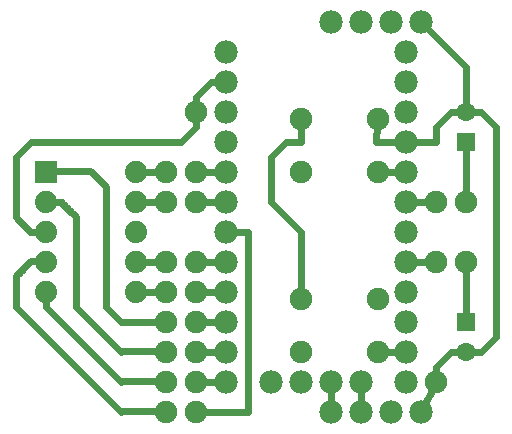
<source format=gbl>
G04 MADE WITH FRITZING*
G04 WWW.FRITZING.ORG*
G04 DOUBLE SIDED*
G04 HOLES PLATED*
G04 CONTOUR ON CENTER OF CONTOUR VECTOR*
%ASAXBY*%
%FSLAX23Y23*%
%MOIN*%
%OFA0B0*%
%SFA1.0B1.0*%
%ADD10C,0.078000*%
%ADD11C,0.074000*%
%ADD12C,0.075000*%
%ADD13C,0.062992*%
%ADD14C,0.075433*%
%ADD15R,0.074000X0.074000*%
%ADD16R,0.062992X0.062992*%
%ADD17C,0.024000*%
%ADD18R,0.001000X0.001000*%
%LNCOPPER0*%
G90*
G70*
G54D10*
X1381Y1380D03*
X1381Y1280D03*
X1381Y1180D03*
X1381Y1080D03*
X1381Y980D03*
X1381Y880D03*
X1381Y780D03*
X1381Y680D03*
X1381Y580D03*
X1381Y480D03*
X1381Y380D03*
X1381Y280D03*
X1381Y1380D03*
X1381Y1280D03*
X1381Y1180D03*
X1381Y1080D03*
X1381Y980D03*
X1381Y880D03*
X1381Y780D03*
X1381Y680D03*
X1381Y580D03*
X1381Y480D03*
X1381Y380D03*
X1381Y280D03*
X781Y1380D03*
X781Y1280D03*
X781Y1180D03*
X781Y1080D03*
X781Y980D03*
X781Y880D03*
X781Y780D03*
X781Y680D03*
X781Y580D03*
X781Y480D03*
X781Y380D03*
X781Y280D03*
X781Y1380D03*
X781Y1280D03*
X781Y1180D03*
X781Y1080D03*
X781Y980D03*
X781Y880D03*
X781Y780D03*
X781Y680D03*
X781Y580D03*
X781Y480D03*
X781Y380D03*
X781Y280D03*
G54D11*
X181Y980D03*
X181Y880D03*
X181Y780D03*
X181Y680D03*
X181Y581D03*
X481Y581D03*
X481Y680D03*
X481Y780D03*
X481Y880D03*
X482Y980D03*
X181Y980D03*
X181Y880D03*
X181Y780D03*
X181Y680D03*
X181Y581D03*
X481Y581D03*
X481Y680D03*
X481Y780D03*
X481Y880D03*
X482Y980D03*
G54D12*
X1581Y680D03*
X1481Y680D03*
X1581Y680D03*
X1481Y680D03*
X681Y180D03*
X581Y180D03*
X681Y180D03*
X581Y180D03*
X681Y280D03*
X581Y280D03*
X681Y280D03*
X581Y280D03*
X681Y380D03*
X581Y380D03*
X681Y380D03*
X581Y380D03*
X681Y480D03*
X581Y480D03*
X681Y480D03*
X581Y480D03*
X681Y580D03*
X581Y580D03*
X681Y580D03*
X581Y580D03*
X681Y680D03*
X581Y680D03*
X681Y680D03*
X581Y680D03*
X681Y880D03*
X581Y880D03*
X681Y880D03*
X581Y880D03*
X681Y980D03*
X581Y980D03*
X681Y980D03*
X581Y980D03*
G54D13*
X1581Y1081D03*
X1581Y1180D03*
X1581Y480D03*
X1581Y381D03*
G54D12*
X1287Y980D03*
X1031Y980D03*
X1287Y1157D03*
X1031Y1157D03*
X1287Y380D03*
X1031Y380D03*
X1287Y557D03*
X1031Y557D03*
X1581Y880D03*
X1481Y880D03*
X1581Y880D03*
X1481Y880D03*
G54D10*
X931Y280D03*
X1031Y280D03*
X1131Y280D03*
X1231Y280D03*
X931Y280D03*
X1031Y280D03*
X1131Y280D03*
X1231Y280D03*
X1131Y1480D03*
X1231Y1480D03*
X1331Y1480D03*
X1431Y1480D03*
X1131Y1480D03*
X1231Y1480D03*
X1331Y1480D03*
X1431Y1480D03*
X1131Y180D03*
X1231Y180D03*
X1331Y180D03*
X1431Y180D03*
X1131Y180D03*
X1231Y180D03*
X1331Y180D03*
X1431Y180D03*
G54D14*
X1481Y280D03*
X681Y1180D03*
G54D15*
X181Y979D03*
G54D16*
X1581Y1081D03*
X1581Y480D03*
G54D17*
X762Y980D02*
X698Y980D01*
D02*
X762Y880D02*
X698Y880D01*
D02*
X762Y680D02*
X698Y680D01*
D02*
X762Y580D02*
X698Y580D01*
D02*
X502Y980D02*
X563Y980D01*
D02*
X501Y880D02*
X563Y880D01*
D02*
X501Y680D02*
X563Y680D01*
D02*
X501Y581D02*
X563Y580D01*
D02*
X762Y480D02*
X698Y480D01*
D02*
X762Y380D02*
X698Y380D01*
D02*
X762Y280D02*
X698Y280D01*
D02*
X381Y930D02*
X380Y530D01*
D02*
X380Y530D02*
X432Y480D01*
D02*
X432Y480D02*
X563Y480D01*
D02*
X281Y830D02*
X281Y530D01*
D02*
X281Y530D02*
X431Y380D01*
D02*
X181Y530D02*
X431Y280D01*
D02*
X81Y630D02*
X80Y530D01*
D02*
X80Y530D02*
X431Y181D01*
D02*
X981Y1080D02*
X931Y1030D01*
D02*
X1030Y1080D02*
X981Y1080D01*
D02*
X1031Y1140D02*
X1030Y1080D01*
D02*
X1031Y780D02*
X1031Y575D01*
D02*
X931Y879D02*
X1031Y780D01*
D02*
X931Y1030D02*
X931Y879D01*
D02*
X1362Y980D02*
X1304Y980D01*
D02*
X855Y181D02*
X855Y781D01*
D02*
X855Y781D02*
X800Y780D01*
D02*
X698Y180D02*
X855Y181D01*
D02*
X1362Y380D02*
X1304Y380D01*
D02*
X1463Y880D02*
X1400Y880D01*
D02*
X1463Y680D02*
X1400Y680D01*
D02*
X1581Y1066D02*
X1581Y897D01*
D02*
X1581Y496D02*
X1581Y662D01*
D02*
X1680Y1129D02*
X1681Y430D01*
D02*
X1681Y430D02*
X1631Y380D01*
D02*
X1631Y380D02*
X1596Y381D01*
D02*
X1631Y1180D02*
X1680Y1129D01*
D02*
X1596Y1180D02*
X1631Y1180D01*
D02*
X1481Y1130D02*
X1481Y1079D01*
D02*
X1481Y1079D02*
X1400Y1080D01*
D02*
X1530Y1180D02*
X1481Y1130D01*
D02*
X1565Y1180D02*
X1530Y1180D01*
D02*
X681Y1231D02*
X732Y1279D01*
D02*
X681Y1129D02*
X681Y1162D01*
D02*
X80Y1030D02*
X131Y1080D01*
D02*
X630Y1080D02*
X681Y1129D01*
D02*
X732Y1279D02*
X762Y1280D01*
D02*
X81Y830D02*
X80Y1030D01*
D02*
X681Y1198D02*
X681Y1231D01*
D02*
X129Y781D02*
X81Y830D01*
D02*
X131Y1080D02*
X630Y1080D01*
D02*
X161Y780D02*
X129Y781D01*
D02*
X1131Y261D02*
X1131Y199D01*
D02*
X1231Y261D02*
X1231Y199D01*
D02*
X1580Y1330D02*
X1444Y1466D01*
D02*
X1581Y1196D02*
X1580Y1330D01*
D02*
X1481Y329D02*
X1481Y298D01*
D02*
X1473Y264D02*
X1439Y197D01*
D02*
X1530Y380D02*
X1481Y329D01*
D02*
X1565Y381D02*
X1530Y380D01*
D02*
X1280Y1079D02*
X1285Y1140D01*
D02*
X1362Y1080D02*
X1280Y1079D01*
G54D18*
X181Y992D02*
X335Y992D01*
X177Y991D02*
X337Y991D01*
X175Y990D02*
X339Y990D01*
X174Y989D02*
X340Y989D01*
X173Y988D02*
X341Y988D01*
X172Y987D02*
X342Y987D01*
X171Y986D02*
X343Y986D01*
X171Y985D02*
X344Y985D01*
X170Y984D02*
X345Y984D01*
X170Y983D02*
X346Y983D01*
X170Y982D02*
X347Y982D01*
X170Y981D02*
X348Y981D01*
X170Y980D02*
X349Y980D01*
X170Y979D02*
X350Y979D01*
X170Y978D02*
X351Y978D01*
X170Y977D02*
X352Y977D01*
X170Y976D02*
X353Y976D01*
X171Y975D02*
X354Y975D01*
X171Y974D02*
X354Y974D01*
X172Y973D02*
X355Y973D01*
X173Y972D02*
X356Y972D01*
X174Y971D02*
X357Y971D01*
X175Y970D02*
X358Y970D01*
X177Y969D02*
X359Y969D01*
X328Y968D02*
X360Y968D01*
X329Y967D02*
X361Y967D01*
X330Y966D02*
X362Y966D01*
X331Y965D02*
X363Y965D01*
X332Y964D02*
X364Y964D01*
X333Y963D02*
X365Y963D01*
X334Y962D02*
X366Y962D01*
X335Y961D02*
X367Y961D01*
X336Y960D02*
X368Y960D01*
X337Y959D02*
X369Y959D01*
X338Y958D02*
X370Y958D01*
X339Y957D02*
X371Y957D01*
X340Y956D02*
X372Y956D01*
X340Y955D02*
X373Y955D01*
X341Y954D02*
X374Y954D01*
X342Y953D02*
X375Y953D01*
X343Y952D02*
X376Y952D01*
X344Y951D02*
X377Y951D01*
X345Y950D02*
X378Y950D01*
X346Y949D02*
X379Y949D01*
X347Y948D02*
X380Y948D01*
X348Y947D02*
X381Y947D01*
X349Y946D02*
X382Y946D01*
X350Y945D02*
X383Y945D01*
X351Y944D02*
X384Y944D01*
X352Y943D02*
X385Y943D01*
X353Y942D02*
X386Y942D01*
X354Y941D02*
X387Y941D01*
X355Y940D02*
X388Y940D01*
X356Y939D02*
X389Y939D01*
X357Y938D02*
X389Y938D01*
X358Y937D02*
X390Y937D01*
X359Y936D02*
X391Y936D01*
X360Y935D02*
X391Y935D01*
X361Y934D02*
X392Y934D01*
X362Y933D02*
X392Y933D01*
X363Y932D02*
X392Y932D01*
X364Y931D02*
X392Y931D01*
X365Y930D02*
X392Y930D01*
X366Y929D02*
X392Y929D01*
X367Y928D02*
X392Y928D01*
X368Y927D02*
X392Y927D01*
X369Y926D02*
X392Y926D01*
X370Y925D02*
X391Y925D01*
X371Y924D02*
X391Y924D01*
X372Y923D02*
X390Y923D01*
X373Y922D02*
X389Y922D01*
X374Y921D02*
X388Y921D01*
X375Y920D02*
X387Y920D01*
X377Y919D02*
X385Y919D01*
X180Y892D02*
X192Y892D01*
X177Y891D02*
X234Y891D01*
X175Y890D02*
X236Y890D01*
X174Y889D02*
X238Y889D01*
X173Y888D02*
X239Y888D01*
X172Y887D02*
X240Y887D01*
X171Y886D02*
X241Y886D01*
X171Y885D02*
X242Y885D01*
X170Y884D02*
X243Y884D01*
X170Y883D02*
X244Y883D01*
X170Y882D02*
X245Y882D01*
X170Y881D02*
X246Y881D01*
X170Y880D02*
X247Y880D01*
X170Y879D02*
X248Y879D01*
X170Y878D02*
X249Y878D01*
X170Y877D02*
X250Y877D01*
X170Y876D02*
X251Y876D01*
X171Y875D02*
X252Y875D01*
X171Y874D02*
X253Y874D01*
X172Y873D02*
X254Y873D01*
X173Y872D02*
X255Y872D01*
X174Y871D02*
X256Y871D01*
X175Y870D02*
X257Y870D01*
X177Y869D02*
X258Y869D01*
X193Y868D02*
X259Y868D01*
X227Y867D02*
X260Y867D01*
X228Y866D02*
X261Y866D01*
X229Y865D02*
X262Y865D01*
X230Y864D02*
X263Y864D01*
X231Y863D02*
X264Y863D01*
X232Y862D02*
X265Y862D01*
X233Y861D02*
X266Y861D01*
X234Y860D02*
X267Y860D01*
X235Y859D02*
X268Y859D01*
X236Y858D02*
X269Y858D01*
X237Y857D02*
X270Y857D01*
X238Y856D02*
X271Y856D01*
X239Y855D02*
X272Y855D01*
X240Y854D02*
X273Y854D01*
X241Y853D02*
X274Y853D01*
X242Y852D02*
X275Y852D01*
X243Y851D02*
X276Y851D01*
X244Y850D02*
X277Y850D01*
X245Y849D02*
X278Y849D01*
X246Y848D02*
X279Y848D01*
X247Y847D02*
X280Y847D01*
X248Y846D02*
X282Y846D01*
X249Y845D02*
X283Y845D01*
X250Y844D02*
X284Y844D01*
X251Y843D02*
X285Y843D01*
X252Y842D02*
X286Y842D01*
X253Y841D02*
X287Y841D01*
X254Y840D02*
X288Y840D01*
X255Y839D02*
X289Y839D01*
X256Y838D02*
X290Y838D01*
X257Y837D02*
X290Y837D01*
X258Y836D02*
X291Y836D01*
X259Y835D02*
X291Y835D01*
X260Y834D02*
X292Y834D01*
X262Y833D02*
X292Y833D01*
X263Y832D02*
X292Y832D01*
X264Y831D02*
X292Y831D01*
X265Y830D02*
X292Y830D01*
X266Y829D02*
X292Y829D01*
X267Y828D02*
X292Y828D01*
X268Y827D02*
X292Y827D01*
X269Y826D02*
X292Y826D01*
X270Y825D02*
X291Y825D01*
X271Y824D02*
X291Y824D01*
X272Y823D02*
X290Y823D01*
X273Y822D02*
X289Y822D01*
X274Y821D02*
X288Y821D01*
X275Y820D02*
X287Y820D01*
X277Y819D02*
X285Y819D01*
X128Y692D02*
X183Y692D01*
X125Y691D02*
X186Y691D01*
X123Y690D02*
X187Y690D01*
X122Y689D02*
X189Y689D01*
X121Y688D02*
X190Y688D01*
X120Y687D02*
X190Y687D01*
X119Y686D02*
X191Y686D01*
X118Y685D02*
X192Y685D01*
X117Y684D02*
X192Y684D01*
X116Y683D02*
X192Y683D01*
X115Y682D02*
X192Y682D01*
X114Y681D02*
X192Y681D01*
X113Y680D02*
X193Y680D01*
X112Y679D02*
X192Y679D01*
X111Y678D02*
X192Y678D01*
X110Y677D02*
X192Y677D01*
X109Y676D02*
X192Y676D01*
X108Y675D02*
X191Y675D01*
X107Y674D02*
X191Y674D01*
X106Y673D02*
X190Y673D01*
X105Y672D02*
X189Y672D01*
X104Y671D02*
X188Y671D01*
X103Y670D02*
X187Y670D01*
X103Y669D02*
X185Y669D01*
X102Y668D02*
X134Y668D01*
X101Y667D02*
X133Y667D01*
X100Y666D02*
X132Y666D01*
X99Y665D02*
X131Y665D01*
X98Y664D02*
X130Y664D01*
X97Y663D02*
X129Y663D01*
X96Y662D02*
X128Y662D01*
X95Y661D02*
X127Y661D01*
X94Y660D02*
X126Y660D01*
X93Y659D02*
X125Y659D01*
X92Y658D02*
X124Y658D01*
X91Y657D02*
X123Y657D01*
X90Y656D02*
X122Y656D01*
X89Y655D02*
X121Y655D01*
X88Y654D02*
X120Y654D01*
X87Y653D02*
X119Y653D01*
X86Y652D02*
X118Y652D01*
X85Y651D02*
X117Y651D01*
X84Y650D02*
X117Y650D01*
X83Y649D02*
X116Y649D01*
X82Y648D02*
X115Y648D01*
X81Y647D02*
X114Y647D01*
X80Y646D02*
X113Y646D01*
X79Y645D02*
X112Y645D01*
X78Y644D02*
X111Y644D01*
X77Y643D02*
X110Y643D01*
X76Y642D02*
X109Y642D01*
X75Y641D02*
X108Y641D01*
X74Y640D02*
X107Y640D01*
X73Y639D02*
X106Y639D01*
X73Y638D02*
X105Y638D01*
X72Y637D02*
X104Y637D01*
X71Y636D02*
X103Y636D01*
X71Y635D02*
X102Y635D01*
X70Y634D02*
X101Y634D01*
X70Y633D02*
X100Y633D01*
X70Y632D02*
X99Y632D01*
X70Y631D02*
X98Y631D01*
X70Y630D02*
X97Y630D01*
X70Y629D02*
X96Y629D01*
X70Y628D02*
X95Y628D01*
X70Y627D02*
X94Y627D01*
X70Y626D02*
X93Y626D01*
X71Y625D02*
X92Y625D01*
X71Y624D02*
X91Y624D01*
X72Y623D02*
X90Y623D01*
X73Y622D02*
X89Y622D01*
X74Y621D02*
X88Y621D01*
X75Y620D02*
X87Y620D01*
X77Y619D02*
X85Y619D01*
X179Y593D02*
X183Y593D01*
X176Y592D02*
X186Y592D01*
X175Y591D02*
X188Y591D01*
X173Y590D02*
X189Y590D01*
X172Y589D02*
X190Y589D01*
X172Y588D02*
X191Y588D01*
X171Y587D02*
X191Y587D01*
X171Y586D02*
X192Y586D01*
X170Y585D02*
X192Y585D01*
X170Y584D02*
X192Y584D01*
X170Y583D02*
X192Y583D01*
X170Y582D02*
X193Y582D01*
X170Y581D02*
X193Y581D01*
X170Y580D02*
X193Y580D01*
X170Y579D02*
X193Y579D01*
X170Y578D02*
X193Y578D01*
X170Y577D02*
X193Y577D01*
X170Y576D02*
X193Y576D01*
X170Y575D02*
X193Y575D01*
X170Y574D02*
X193Y574D01*
X170Y573D02*
X193Y573D01*
X170Y572D02*
X193Y572D01*
X170Y571D02*
X193Y571D01*
X170Y570D02*
X193Y570D01*
X170Y569D02*
X193Y569D01*
X170Y568D02*
X193Y568D01*
X170Y567D02*
X193Y567D01*
X170Y566D02*
X193Y566D01*
X170Y565D02*
X193Y565D01*
X170Y564D02*
X193Y564D01*
X170Y563D02*
X193Y563D01*
X170Y562D02*
X193Y562D01*
X170Y561D02*
X193Y561D01*
X170Y560D02*
X193Y560D01*
X170Y559D02*
X193Y559D01*
X170Y558D02*
X193Y558D01*
X170Y557D02*
X193Y557D01*
X170Y556D02*
X193Y556D01*
X170Y555D02*
X193Y555D01*
X170Y554D02*
X193Y554D01*
X170Y553D02*
X193Y553D01*
X170Y552D02*
X193Y552D01*
X170Y551D02*
X193Y551D01*
X170Y550D02*
X193Y550D01*
X170Y549D02*
X193Y549D01*
X170Y548D02*
X193Y548D01*
X170Y547D02*
X193Y547D01*
X170Y546D02*
X193Y546D01*
X170Y545D02*
X193Y545D01*
X170Y544D02*
X193Y544D01*
X170Y543D02*
X193Y543D01*
X170Y542D02*
X193Y542D01*
X170Y541D02*
X193Y541D01*
X170Y540D02*
X193Y540D01*
X170Y539D02*
X193Y539D01*
X170Y538D02*
X193Y538D01*
X170Y537D02*
X193Y537D01*
X170Y536D02*
X193Y536D01*
X170Y535D02*
X193Y535D01*
X170Y534D02*
X193Y534D01*
X170Y533D02*
X193Y533D01*
X170Y532D02*
X193Y532D01*
X170Y531D02*
X193Y531D01*
X170Y530D02*
X193Y530D01*
X170Y529D02*
X193Y529D01*
X170Y528D02*
X193Y528D01*
X171Y527D02*
X193Y527D01*
X171Y526D02*
X192Y526D01*
X172Y525D02*
X192Y525D01*
X172Y524D02*
X191Y524D01*
X173Y523D02*
X191Y523D01*
X174Y522D02*
X190Y522D01*
X175Y521D02*
X189Y521D01*
X176Y520D02*
X187Y520D01*
X178Y519D02*
X185Y519D01*
X431Y392D02*
X583Y392D01*
X427Y391D02*
X586Y391D01*
X425Y390D02*
X587Y390D01*
X424Y389D02*
X589Y389D01*
X423Y388D02*
X590Y388D01*
X422Y387D02*
X590Y387D01*
X422Y386D02*
X591Y386D01*
X421Y385D02*
X591Y385D01*
X421Y384D02*
X592Y384D01*
X420Y383D02*
X592Y383D01*
X420Y382D02*
X592Y382D01*
X420Y381D02*
X592Y381D01*
X420Y380D02*
X592Y380D01*
X420Y379D02*
X592Y379D01*
X420Y378D02*
X592Y378D01*
X420Y377D02*
X592Y377D01*
X421Y376D02*
X592Y376D01*
X421Y375D02*
X591Y375D01*
X422Y374D02*
X591Y374D01*
X422Y373D02*
X590Y373D01*
X423Y372D02*
X589Y372D01*
X424Y371D02*
X588Y371D01*
X425Y370D02*
X586Y370D01*
X427Y369D02*
X584Y369D01*
X428Y292D02*
X583Y292D01*
X426Y291D02*
X586Y291D01*
X425Y290D02*
X587Y290D01*
X423Y289D02*
X589Y289D01*
X423Y288D02*
X590Y288D01*
X422Y287D02*
X590Y287D01*
X421Y286D02*
X591Y286D01*
X421Y285D02*
X591Y285D01*
X420Y284D02*
X592Y284D01*
X420Y283D02*
X592Y283D01*
X420Y282D02*
X592Y282D01*
X420Y281D02*
X592Y281D01*
X420Y280D02*
X592Y280D01*
X420Y279D02*
X592Y279D01*
X420Y278D02*
X592Y278D01*
X421Y277D02*
X592Y277D01*
X421Y276D02*
X592Y276D01*
X421Y275D02*
X591Y275D01*
X422Y274D02*
X591Y274D01*
X423Y273D02*
X590Y273D01*
X424Y272D02*
X589Y272D01*
X425Y271D02*
X588Y271D01*
X426Y270D02*
X586Y270D01*
X429Y269D02*
X584Y269D01*
X431Y193D02*
X456Y193D01*
X427Y192D02*
X583Y192D01*
X425Y191D02*
X586Y191D01*
X424Y190D02*
X588Y190D01*
X423Y189D02*
X589Y189D01*
X422Y188D02*
X590Y188D01*
X422Y187D02*
X590Y187D01*
X421Y186D02*
X591Y186D01*
X421Y185D02*
X591Y185D01*
X420Y184D02*
X592Y184D01*
X420Y183D02*
X592Y183D01*
X420Y182D02*
X592Y182D01*
X420Y181D02*
X592Y181D01*
X420Y180D02*
X592Y180D01*
X420Y179D02*
X592Y179D01*
X420Y178D02*
X592Y178D01*
X421Y177D02*
X592Y177D01*
X421Y176D02*
X592Y176D01*
X422Y175D02*
X591Y175D01*
X422Y174D02*
X591Y174D01*
X423Y173D02*
X590Y173D01*
X424Y172D02*
X589Y172D01*
X426Y171D02*
X588Y171D01*
X428Y170D02*
X586Y170D01*
X459Y169D02*
X584Y169D01*
D02*
G04 End of Copper0*
M02*
</source>
